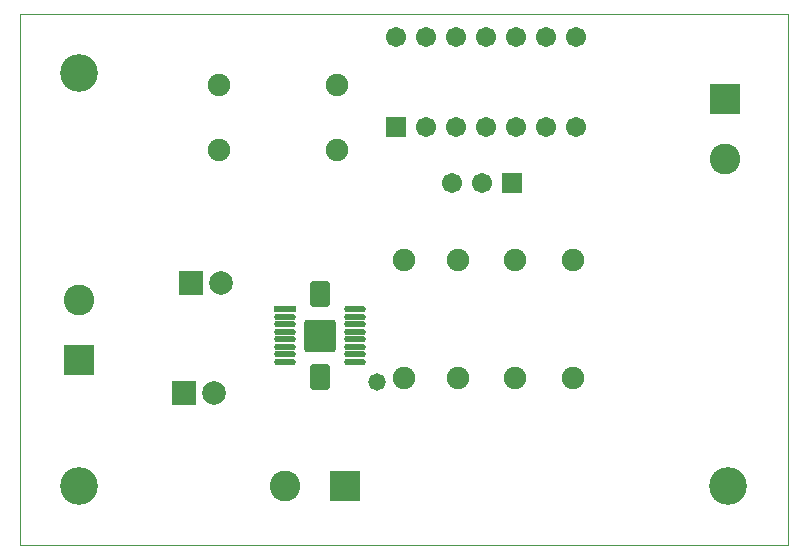
<source format=gts>
G04 Layer_Color=8388736*
%FSLAX25Y25*%
%MOIN*%
G70*
G01*
G75*
%ADD18C,0.00394*%
%ADD35R,0.07296X0.02178*%
%ADD36O,0.07296X0.02178*%
G04:AMPARAMS|DCode=37|XSize=106.42mil|YSize=106.42mil|CornerRadius=8.92mil|HoleSize=0mil|Usage=FLASHONLY|Rotation=90.000|XOffset=0mil|YOffset=0mil|HoleType=Round|Shape=RoundedRectangle|*
%AMROUNDEDRECTD37*
21,1,0.10642,0.08858,0,0,90.0*
21,1,0.08858,0.10642,0,0,90.0*
1,1,0.01784,0.04429,0.04429*
1,1,0.01784,0.04429,-0.04429*
1,1,0.01784,-0.04429,-0.04429*
1,1,0.01784,-0.04429,0.04429*
%
%ADD37ROUNDEDRECTD37*%
G04:AMPARAMS|DCode=38|XSize=67.06mil|YSize=86.74mil|CornerRadius=6.95mil|HoleSize=0mil|Usage=FLASHONLY|Rotation=0.000|XOffset=0mil|YOffset=0mil|HoleType=Round|Shape=RoundedRectangle|*
%AMROUNDEDRECTD38*
21,1,0.06706,0.07283,0,0,0.0*
21,1,0.05315,0.08674,0,0,0.0*
1,1,0.01391,0.02657,-0.03642*
1,1,0.01391,-0.02657,-0.03642*
1,1,0.01391,-0.02657,0.03642*
1,1,0.01391,0.02657,0.03642*
%
%ADD38ROUNDEDRECTD38*%
%ADD39R,0.06706X0.06706*%
%ADD40C,0.06706*%
%ADD41C,0.07493*%
%ADD42C,0.12611*%
%ADD43R,0.07887X0.07887*%
%ADD44C,0.07887*%
%ADD45C,0.10249*%
%ADD46R,0.10249X0.10249*%
%ADD47C,0.06706*%
%ADD48R,0.06706X0.06706*%
%ADD49R,0.10249X0.10249*%
%ADD50C,0.05800*%
D18*
X0Y-15D02*
Y177150D01*
Y-15D02*
X255906D01*
Y177150D01*
X0D02*
X255906D01*
D35*
X88264Y78560D02*
D03*
D36*
Y76050D02*
D03*
Y73550D02*
D03*
Y71050D02*
D03*
Y68550D02*
D03*
Y66050D02*
D03*
Y63550D02*
D03*
Y61040D02*
D03*
X111886Y78560D02*
D03*
Y76050D02*
D03*
Y73550D02*
D03*
Y71050D02*
D03*
Y68550D02*
D03*
Y66050D02*
D03*
Y63550D02*
D03*
Y61040D02*
D03*
D37*
X100075Y69800D02*
D03*
D38*
Y83579D02*
D03*
Y56020D02*
D03*
D39*
X125500Y139300D02*
D03*
D40*
X135500D02*
D03*
X145500D02*
D03*
X155500D02*
D03*
X165500D02*
D03*
X175500D02*
D03*
X185500D02*
D03*
X125500Y169300D02*
D03*
X135500D02*
D03*
X145500D02*
D03*
X155500D02*
D03*
X165500D02*
D03*
X175500D02*
D03*
X185500D02*
D03*
D41*
X184500Y55615D02*
D03*
Y94985D02*
D03*
X105685Y131800D02*
D03*
X66315D02*
D03*
X165000Y55615D02*
D03*
Y94985D02*
D03*
X105685Y153300D02*
D03*
X66315D02*
D03*
X146000Y55615D02*
D03*
Y94985D02*
D03*
X128000Y55615D02*
D03*
Y94985D02*
D03*
D42*
X19685Y157480D02*
D03*
X236221Y19685D02*
D03*
X19685D02*
D03*
D43*
X54575Y50800D02*
D03*
X57075Y87300D02*
D03*
D44*
X64575Y50800D02*
D03*
X67075Y87300D02*
D03*
D45*
X19685Y81800D02*
D03*
X235000Y128800D02*
D03*
X88425Y19670D02*
D03*
D46*
X19685Y61800D02*
D03*
X235000Y148800D02*
D03*
D47*
X154000Y120800D02*
D03*
X144000D02*
D03*
D48*
X164000D02*
D03*
D49*
X108425Y19670D02*
D03*
D50*
X119000Y54300D02*
D03*
M02*

</source>
